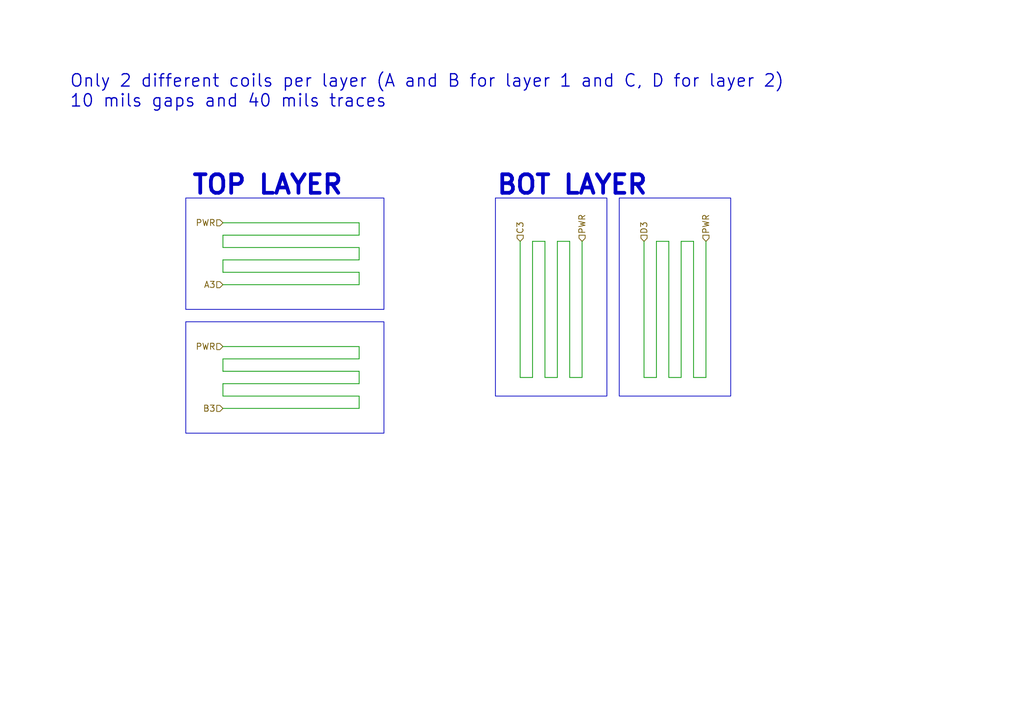
<source format=kicad_sch>
(kicad_sch
	(version 20231120)
	(generator "eeschema")
	(generator_version "8.0")
	(uuid "e56a653c-0a88-47d3-8357-e34fb735c10e")
	(paper "A5")
	(title_block
		(title "Coil module 3")
		(date "2024-06-13")
		(rev "0.1")
		(comment 1 "Jonas Stirnemann")
	)
	(lib_symbols)
	(wire
		(pts
			(xy 73.66 78.74) (xy 73.66 76.2)
		)
		(stroke
			(width 0)
			(type default)
		)
		(uuid "1c7448e6-3bc5-46e8-aa1e-b3b5e43dcd45")
	)
	(wire
		(pts
			(xy 73.66 83.82) (xy 73.66 81.28)
		)
		(stroke
			(width 0)
			(type default)
		)
		(uuid "1e41a1df-526e-4ab1-a506-745fb5a7030c")
	)
	(wire
		(pts
			(xy 73.66 53.34) (xy 73.66 50.8)
		)
		(stroke
			(width 0)
			(type default)
		)
		(uuid "223b2bea-6df9-4d00-8d32-97c8ec9389cb")
	)
	(wire
		(pts
			(xy 73.66 71.12) (xy 45.72 71.12)
		)
		(stroke
			(width 0)
			(type default)
		)
		(uuid "2d6627f5-4bac-4977-a11e-d049af4f8327")
	)
	(wire
		(pts
			(xy 134.62 49.53) (xy 137.16 49.53)
		)
		(stroke
			(width 0)
			(type default)
		)
		(uuid "2ff473bd-3e88-439a-a1d4-9dd6b06ba9e9")
	)
	(wire
		(pts
			(xy 116.84 77.47) (xy 119.38 77.47)
		)
		(stroke
			(width 0)
			(type default)
		)
		(uuid "3bc5f628-54d9-44db-aeeb-08fcece935ef")
	)
	(wire
		(pts
			(xy 106.68 49.53) (xy 106.68 77.47)
		)
		(stroke
			(width 0)
			(type default)
		)
		(uuid "431002cd-0ebb-4c4b-8ad3-3bf2813b5368")
	)
	(wire
		(pts
			(xy 73.66 48.26) (xy 73.66 45.72)
		)
		(stroke
			(width 0)
			(type default)
		)
		(uuid "4931210e-0ef0-42b6-aa7e-7049136560fc")
	)
	(wire
		(pts
			(xy 119.38 77.47) (xy 119.38 49.53)
		)
		(stroke
			(width 0)
			(type default)
		)
		(uuid "5676fcf4-8ab5-4a9e-a793-29ea67cce09f")
	)
	(wire
		(pts
			(xy 45.72 48.26) (xy 73.66 48.26)
		)
		(stroke
			(width 0)
			(type default)
		)
		(uuid "573bae82-5dcc-4d49-8327-a9ac2f78fa44")
	)
	(wire
		(pts
			(xy 114.3 49.53) (xy 116.84 49.53)
		)
		(stroke
			(width 0)
			(type default)
		)
		(uuid "58e172da-1d8b-46ce-be71-335849d65acc")
	)
	(wire
		(pts
			(xy 45.72 81.28) (xy 45.72 78.74)
		)
		(stroke
			(width 0)
			(type default)
		)
		(uuid "5dd5649c-f50c-4083-8f24-b5402aaadbe9")
	)
	(wire
		(pts
			(xy 144.78 77.47) (xy 144.78 49.53)
		)
		(stroke
			(width 0)
			(type default)
		)
		(uuid "6351bfd3-f736-492c-9dc1-536a5d1d5cb7")
	)
	(wire
		(pts
			(xy 45.72 73.66) (xy 73.66 73.66)
		)
		(stroke
			(width 0)
			(type default)
		)
		(uuid "6b774375-9200-4867-b5d4-f07c8ea9d354")
	)
	(wire
		(pts
			(xy 109.22 77.47) (xy 109.22 49.53)
		)
		(stroke
			(width 0)
			(type default)
		)
		(uuid "7392d5ce-58f7-46a6-a76f-d342ab3b5fb7")
	)
	(wire
		(pts
			(xy 116.84 49.53) (xy 116.84 77.47)
		)
		(stroke
			(width 0)
			(type default)
		)
		(uuid "7582addd-b670-400c-b8cc-f3144db96f7c")
	)
	(wire
		(pts
			(xy 45.72 76.2) (xy 45.72 73.66)
		)
		(stroke
			(width 0)
			(type default)
		)
		(uuid "7b3e72fe-a6ef-4279-a6b2-486dc9bc6f8d")
	)
	(wire
		(pts
			(xy 142.24 77.47) (xy 144.78 77.47)
		)
		(stroke
			(width 0)
			(type default)
		)
		(uuid "7e63b8bf-af65-4af1-90c2-f0b030b792c2")
	)
	(wire
		(pts
			(xy 45.72 78.74) (xy 73.66 78.74)
		)
		(stroke
			(width 0)
			(type default)
		)
		(uuid "86f43a37-dcc8-4dd1-9783-f54c0450f8c5")
	)
	(wire
		(pts
			(xy 139.7 49.53) (xy 142.24 49.53)
		)
		(stroke
			(width 0)
			(type default)
		)
		(uuid "8ae48325-c283-4cb3-b031-a0e6ee7c0fe9")
	)
	(wire
		(pts
			(xy 73.66 45.72) (xy 45.72 45.72)
		)
		(stroke
			(width 0)
			(type default)
		)
		(uuid "8f4cf5f2-3ba0-46a3-ba05-b249e91d3e56")
	)
	(wire
		(pts
			(xy 73.66 50.8) (xy 45.72 50.8)
		)
		(stroke
			(width 0)
			(type default)
		)
		(uuid "9050c467-3a96-49ae-94a8-d3001722a819")
	)
	(wire
		(pts
			(xy 111.76 77.47) (xy 114.3 77.47)
		)
		(stroke
			(width 0)
			(type default)
		)
		(uuid "92f407af-0814-4d6a-b1c8-9fb4d7c071d9")
	)
	(wire
		(pts
			(xy 106.68 77.47) (xy 109.22 77.47)
		)
		(stroke
			(width 0)
			(type default)
		)
		(uuid "96358060-5f4a-4ff0-ac69-29f13629dbb9")
	)
	(wire
		(pts
			(xy 139.7 77.47) (xy 139.7 49.53)
		)
		(stroke
			(width 0)
			(type default)
		)
		(uuid "9f64111d-92cd-4e13-b67a-2548090745cf")
	)
	(wire
		(pts
			(xy 137.16 77.47) (xy 139.7 77.47)
		)
		(stroke
			(width 0)
			(type default)
		)
		(uuid "a646fbab-f43c-4f47-a3d4-1e13c24774bc")
	)
	(wire
		(pts
			(xy 134.62 77.47) (xy 134.62 49.53)
		)
		(stroke
			(width 0)
			(type default)
		)
		(uuid "b190fe1f-aa48-46de-a224-0a9522fc51c5")
	)
	(wire
		(pts
			(xy 114.3 77.47) (xy 114.3 49.53)
		)
		(stroke
			(width 0)
			(type default)
		)
		(uuid "b2fb7278-5356-40bb-8520-9bed0ae23ba0")
	)
	(wire
		(pts
			(xy 73.66 76.2) (xy 45.72 76.2)
		)
		(stroke
			(width 0)
			(type default)
		)
		(uuid "b7225fc4-7d86-471f-9846-3462c4f58f11")
	)
	(wire
		(pts
			(xy 111.76 49.53) (xy 111.76 77.47)
		)
		(stroke
			(width 0)
			(type default)
		)
		(uuid "b9c9e037-098e-45d7-b310-c226d5e29b6c")
	)
	(wire
		(pts
			(xy 45.72 55.88) (xy 45.72 53.34)
		)
		(stroke
			(width 0)
			(type default)
		)
		(uuid "be6cd43b-cce1-49e0-998e-ae696fd34a97")
	)
	(wire
		(pts
			(xy 45.72 83.82) (xy 73.66 83.82)
		)
		(stroke
			(width 0)
			(type default)
		)
		(uuid "c42ef1a3-859c-4c23-8897-0647cceb071d")
	)
	(wire
		(pts
			(xy 73.66 73.66) (xy 73.66 71.12)
		)
		(stroke
			(width 0)
			(type default)
		)
		(uuid "c5953850-1135-4d16-851c-e2fbaa47e9ec")
	)
	(wire
		(pts
			(xy 109.22 49.53) (xy 111.76 49.53)
		)
		(stroke
			(width 0)
			(type default)
		)
		(uuid "cb07024c-1e55-470d-9acb-a381abdd6031")
	)
	(wire
		(pts
			(xy 73.66 81.28) (xy 45.72 81.28)
		)
		(stroke
			(width 0)
			(type default)
		)
		(uuid "cf5a2466-1846-47a9-a2e6-b8c15c336c72")
	)
	(wire
		(pts
			(xy 45.72 53.34) (xy 73.66 53.34)
		)
		(stroke
			(width 0)
			(type default)
		)
		(uuid "d086a1cf-40c8-4d5d-bb26-e1b812884e14")
	)
	(wire
		(pts
			(xy 137.16 49.53) (xy 137.16 77.47)
		)
		(stroke
			(width 0)
			(type default)
		)
		(uuid "d1857b1f-2fe1-4a53-8479-46f724764a77")
	)
	(wire
		(pts
			(xy 45.72 58.42) (xy 73.66 58.42)
		)
		(stroke
			(width 0)
			(type default)
		)
		(uuid "d39624f0-064c-4f5d-9d11-8096fb31a85a")
	)
	(wire
		(pts
			(xy 45.72 50.8) (xy 45.72 48.26)
		)
		(stroke
			(width 0)
			(type default)
		)
		(uuid "edbab8aa-35fa-4ef4-8c28-14ffd4170326")
	)
	(wire
		(pts
			(xy 73.66 55.88) (xy 45.72 55.88)
		)
		(stroke
			(width 0)
			(type default)
		)
		(uuid "ee4c2e20-416e-4c8a-83ba-2aef0003d288")
	)
	(wire
		(pts
			(xy 73.66 58.42) (xy 73.66 55.88)
		)
		(stroke
			(width 0)
			(type default)
		)
		(uuid "f64e34d2-d344-4a07-9d0b-44921f095edb")
	)
	(wire
		(pts
			(xy 132.08 49.53) (xy 132.08 77.47)
		)
		(stroke
			(width 0)
			(type default)
		)
		(uuid "f6a15e3b-ca2c-4347-9ca9-9801a6589ada")
	)
	(wire
		(pts
			(xy 142.24 49.53) (xy 142.24 77.47)
		)
		(stroke
			(width 0)
			(type default)
		)
		(uuid "fca315e0-0cc6-43b7-92e7-53b88f6614f4")
	)
	(wire
		(pts
			(xy 132.08 77.47) (xy 134.62 77.47)
		)
		(stroke
			(width 0)
			(type default)
		)
		(uuid "ffb06afe-3e92-46da-8a72-1a77262f9528")
	)
	(rectangle
		(start 38.1 66.04)
		(end 78.74 88.9)
		(stroke
			(width 0)
			(type default)
		)
		(fill
			(type none)
		)
		(uuid 01babdbf-67f4-40dd-9925-2a9f69e8661f)
	)
	(rectangle
		(start 127 40.64)
		(end 149.86 81.28)
		(stroke
			(width 0)
			(type default)
		)
		(fill
			(type none)
		)
		(uuid 43748273-3250-441e-9d8d-52c5d5d65902)
	)
	(rectangle
		(start 38.1 40.64)
		(end 78.74 63.5)
		(stroke
			(width 0)
			(type default)
		)
		(fill
			(type none)
		)
		(uuid 4422f106-ec6c-4370-bb95-7f6ef4b82dde)
	)
	(rectangle
		(start 101.6 40.64)
		(end 124.46 81.28)
		(stroke
			(width 0)
			(type default)
		)
		(fill
			(type none)
		)
		(uuid fe98bbc7-7f73-4694-bda2-d58ce9117c0d)
	)
	(text "TOP LAYER"
		(exclude_from_sim no)
		(at 39.116 38.1 0)
		(effects
			(font
				(size 3.81 3.81)
				(thickness 0.762)
				(bold yes)
			)
			(justify left)
		)
		(uuid "12627206-7dea-4dee-aff1-fee103ef2647")
	)
	(text "BOT LAYER"
		(exclude_from_sim no)
		(at 101.6 38.1 0)
		(effects
			(font
				(size 3.81 3.81)
				(thickness 0.762)
				(bold yes)
			)
			(justify left)
		)
		(uuid "74892687-5e2f-456f-a1d9-d37ac0621206")
	)
	(text "Only 2 different coils per layer (A and B for layer 1 and C, D for layer 2)\n10 mils gaps and 40 mils traces"
		(exclude_from_sim no)
		(at 14.224 18.796 0)
		(effects
			(font
				(size 2.54 2.54)
				(thickness 0.254)
				(bold yes)
			)
			(justify left)
		)
		(uuid "b044be59-6b2d-4d79-aa71-8143fa6754f3")
	)
	(hierarchical_label "D3"
		(shape input)
		(at 132.08 49.53 90)
		(fields_autoplaced yes)
		(effects
			(font
				(size 1.27 1.27)
			)
			(justify left)
		)
		(uuid "29bf5a92-1c80-4ba6-9ff9-130cbf81f7f6")
	)
	(hierarchical_label "PWR"
		(shape input)
		(at 119.38 49.53 90)
		(fields_autoplaced yes)
		(effects
			(font
				(size 1.27 1.27)
			)
			(justify left)
		)
		(uuid "37ed369e-942f-4c5c-bf8e-d14d17d6d5a7")
	)
	(hierarchical_label "A3"
		(shape input)
		(at 45.72 58.42 180)
		(fields_autoplaced yes)
		(effects
			(font
				(size 1.27 1.27)
			)
			(justify right)
		)
		(uuid "3be5942c-ff4b-40b0-97b5-3d445113c7d6")
	)
	(hierarchical_label "PWR"
		(shape input)
		(at 144.78 49.53 90)
		(fields_autoplaced yes)
		(effects
			(font
				(size 1.27 1.27)
			)
			(justify left)
		)
		(uuid "781b1ea0-a9e8-4e7d-93c8-70fd4034f287")
	)
	(hierarchical_label "B3"
		(shape input)
		(at 45.72 83.82 180)
		(fields_autoplaced yes)
		(effects
			(font
				(size 1.27 1.27)
			)
			(justify right)
		)
		(uuid "91ab8dbf-4a01-4429-a4cf-806c0d8eb2cd")
	)
	(hierarchical_label "PWR"
		(shape input)
		(at 45.72 45.72 180)
		(fields_autoplaced yes)
		(effects
			(font
				(size 1.27 1.27)
			)
			(justify right)
		)
		(uuid "93e2025a-7604-4cfb-bfc8-26b6696be097")
	)
	(hierarchical_label "C3"
		(shape input)
		(at 106.68 49.53 90)
		(fields_autoplaced yes)
		(effects
			(font
				(size 1.27 1.27)
			)
			(justify left)
		)
		(uuid "96a94f7d-1d27-4724-93b8-77f82b35c01f")
	)
	(hierarchical_label "PWR"
		(shape input)
		(at 45.72 71.12 180)
		(fields_autoplaced yes)
		(effects
			(font
				(size 1.27 1.27)
			)
			(justify right)
		)
		(uuid "be52128d-bfcb-4239-a13a-2457dd156e1d")
	)
)

</source>
